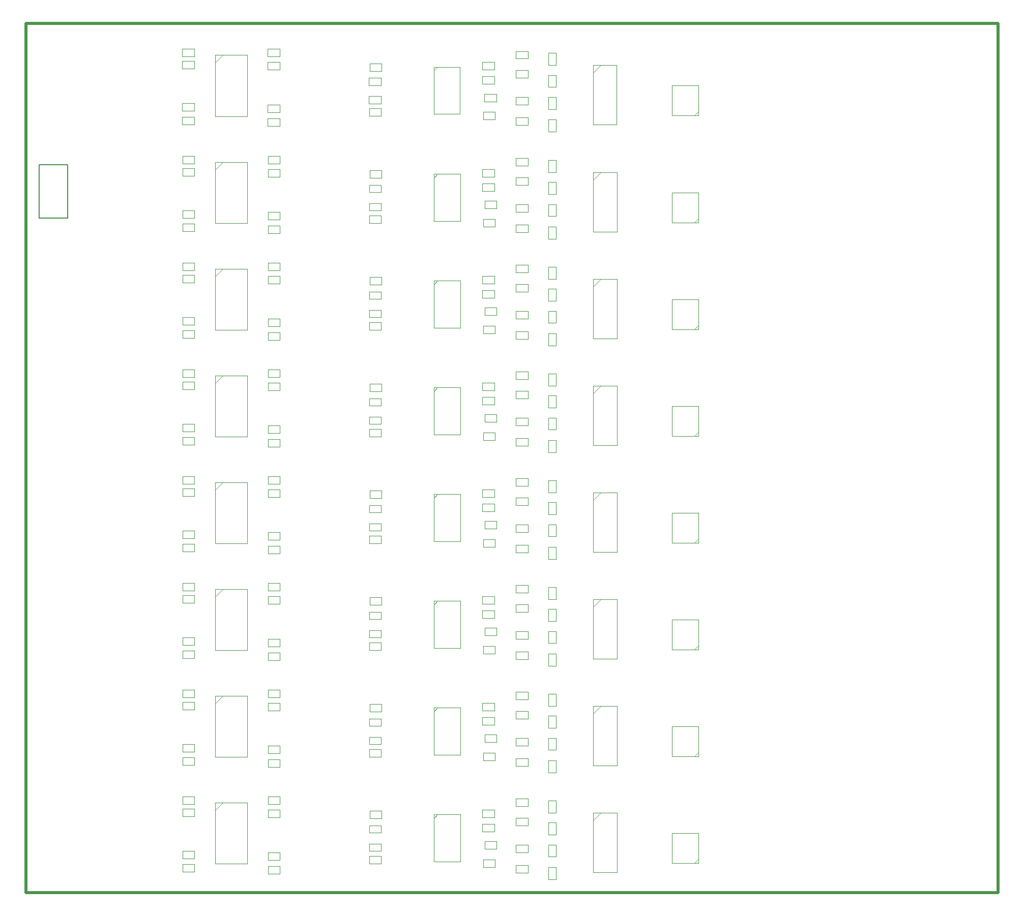
<source format=gbp>
G04*
G04 #@! TF.GenerationSoftware,Altium Limited,Altium Designer,19.0.10 (269)*
G04*
G04 Layer_Color=128*
%FSLAX23Y23*%
%MOIN*%
G70*
G01*
G75*
%ADD10C,0.008*%
%ADD12C,0.010*%
%ADD13C,0.020*%
%ADD14C,0.004*%
D10*
X1086Y4424D02*
Y4774D01*
Y4424D02*
X1275D01*
Y4774D01*
X1086D02*
X1275D01*
D12*
X7360Y5700D02*
X7370Y5690D01*
D13*
X1000Y0D02*
Y5700D01*
X7370D01*
Y0D02*
Y5700D01*
X1000Y0D02*
X7370D01*
D14*
X4718Y475D02*
X4768Y525D01*
X4718Y135D02*
Y525D01*
Y135D02*
X4872D01*
Y525D01*
X4718D02*
X4872D01*
X5381Y195D02*
X5407Y220D01*
Y195D02*
Y391D01*
X5234D02*
X5407D01*
X5234Y195D02*
Y391D01*
Y195D02*
X5407D01*
X4425Y525D02*
X4475D01*
Y604D01*
X4425D02*
X4475D01*
X4425Y525D02*
Y604D01*
Y459D02*
X4475D01*
X4425Y380D02*
Y459D01*
Y380D02*
X4475D01*
Y459D01*
X4425Y88D02*
X4475D01*
Y167D01*
X4425D02*
X4475D01*
X4425Y88D02*
Y167D01*
Y315D02*
X4475D01*
X4425Y236D02*
Y315D01*
Y236D02*
X4475D01*
Y315D01*
X4718Y1225D02*
X4872D01*
Y835D02*
Y1225D01*
X4718Y835D02*
X4872D01*
X4718D02*
Y1225D01*
Y1175D02*
X4768Y1225D01*
X5381Y895D02*
X5407Y920D01*
Y895D02*
Y1091D01*
X5234D02*
X5407D01*
X5234Y895D02*
Y1091D01*
Y895D02*
X5407D01*
X4425Y1225D02*
X4475D01*
Y1304D01*
X4425D02*
X4475D01*
X4425Y1225D02*
Y1304D01*
Y1159D02*
X4475D01*
X4425Y1080D02*
Y1159D01*
Y1080D02*
X4475D01*
Y1159D01*
X4425Y788D02*
X4475D01*
Y867D01*
X4425D02*
X4475D01*
X4425Y788D02*
Y867D01*
Y1015D02*
X4475D01*
X4425Y936D02*
Y1015D01*
Y936D02*
X4475D01*
Y1015D01*
X4718Y1875D02*
X4768Y1925D01*
X4718Y1535D02*
Y1925D01*
Y1535D02*
X4872D01*
Y1925D01*
X4718D02*
X4872D01*
X5381Y1595D02*
X5407Y1620D01*
Y1595D02*
Y1791D01*
X5234D02*
X5407D01*
X5234Y1595D02*
Y1791D01*
Y1595D02*
X5407D01*
X4425Y1925D02*
X4475D01*
Y2004D01*
X4425D02*
X4475D01*
X4425Y1925D02*
Y2004D01*
Y1859D02*
X4475D01*
X4425Y1780D02*
Y1859D01*
Y1780D02*
X4475D01*
Y1859D01*
X4425Y1488D02*
X4475D01*
Y1567D01*
X4425D02*
X4475D01*
X4425Y1488D02*
Y1567D01*
Y1715D02*
X4475D01*
X4425Y1636D02*
Y1715D01*
Y1636D02*
X4475D01*
Y1715D01*
X4718Y2575D02*
X4768Y2625D01*
X4718Y2235D02*
Y2625D01*
Y2235D02*
X4872D01*
Y2625D01*
X4718D02*
X4872D01*
X5381Y2295D02*
X5407Y2320D01*
Y2295D02*
Y2491D01*
X5234D02*
X5407D01*
X5234Y2295D02*
Y2491D01*
Y2295D02*
X5407D01*
X4425Y2625D02*
X4475D01*
Y2704D01*
X4425D02*
X4475D01*
X4425Y2625D02*
Y2704D01*
Y2559D02*
X4475D01*
X4425Y2480D02*
Y2559D01*
Y2480D02*
X4475D01*
Y2559D01*
X4425Y2188D02*
X4475D01*
Y2267D01*
X4425D02*
X4475D01*
X4425Y2188D02*
Y2267D01*
Y2415D02*
X4475D01*
X4425Y2336D02*
Y2415D01*
Y2336D02*
X4475D01*
Y2415D01*
X4718Y3275D02*
X4768Y3325D01*
X4718Y2935D02*
Y3325D01*
Y2935D02*
X4872D01*
Y3325D01*
X4718D02*
X4872D01*
X5381Y2995D02*
X5407Y3020D01*
Y2995D02*
Y3191D01*
X5234D02*
X5407D01*
X5234Y2995D02*
Y3191D01*
Y2995D02*
X5407D01*
X4425Y3325D02*
X4475D01*
Y3404D01*
X4425D02*
X4475D01*
X4425Y3325D02*
Y3404D01*
Y3259D02*
X4475D01*
X4425Y3180D02*
Y3259D01*
Y3180D02*
X4475D01*
Y3259D01*
X4425Y2888D02*
X4475D01*
Y2967D01*
X4425D02*
X4475D01*
X4425Y2888D02*
Y2967D01*
Y3115D02*
X4475D01*
X4425Y3036D02*
Y3115D01*
Y3036D02*
X4475D01*
Y3115D01*
X4718Y3975D02*
X4768Y4025D01*
X4718Y3635D02*
Y4025D01*
Y3635D02*
X4872D01*
Y4025D01*
X4718D02*
X4872D01*
X5381Y3695D02*
X5407Y3720D01*
Y3695D02*
Y3891D01*
X5234D02*
X5407D01*
X5234Y3695D02*
Y3891D01*
Y3695D02*
X5407D01*
X4425Y4025D02*
X4475D01*
Y4104D01*
X4425D02*
X4475D01*
X4425Y4025D02*
Y4104D01*
Y3959D02*
X4475D01*
X4425Y3880D02*
Y3959D01*
Y3880D02*
X4475D01*
Y3959D01*
X4425Y3588D02*
X4475D01*
Y3667D01*
X4425D02*
X4475D01*
X4425Y3588D02*
Y3667D01*
Y3815D02*
X4475D01*
X4425Y3736D02*
Y3815D01*
Y3736D02*
X4475D01*
Y3815D01*
X4718Y4675D02*
X4768Y4725D01*
X4718Y4335D02*
Y4725D01*
Y4335D02*
X4872D01*
Y4725D01*
X4718D02*
X4872D01*
X5381Y4395D02*
X5407Y4420D01*
Y4395D02*
Y4591D01*
X5234D02*
X5407D01*
X5234Y4395D02*
Y4591D01*
Y4395D02*
X5407D01*
X4425Y4725D02*
X4475D01*
Y4804D01*
X4425D02*
X4475D01*
X4425Y4725D02*
Y4804D01*
Y4659D02*
X4475D01*
X4425Y4580D02*
Y4659D01*
Y4580D02*
X4475D01*
Y4659D01*
X4425Y4288D02*
X4475D01*
Y4367D01*
X4425D02*
X4475D01*
X4425Y4288D02*
Y4367D01*
Y4515D02*
X4475D01*
X4425Y4436D02*
Y4515D01*
Y4436D02*
X4475D01*
Y4515D01*
X5381Y5097D02*
X5407Y5122D01*
Y5097D02*
Y5293D01*
X5233D02*
X5407D01*
X5233Y5097D02*
Y5293D01*
Y5097D02*
X5407D01*
X4718Y5377D02*
X4768Y5427D01*
X4718Y5037D02*
Y5427D01*
Y5037D02*
X4871D01*
Y5427D01*
X4718D02*
X4871D01*
X4425Y4990D02*
X4474D01*
Y5069D01*
X4425D02*
X4474D01*
X4425Y4990D02*
Y5069D01*
Y5217D02*
X4474D01*
X4425Y5138D02*
Y5217D01*
Y5138D02*
X4474D01*
Y5217D01*
X4425Y5427D02*
X4474D01*
Y5506D01*
X4425D02*
X4474D01*
X4425Y5427D02*
Y5506D01*
Y5361D02*
X4474D01*
X4425Y5282D02*
Y5361D01*
Y5282D02*
X4474D01*
Y5361D01*
X2586Y3380D02*
Y3430D01*
Y3380D02*
X2664D01*
Y3430D01*
X2586D02*
X2664D01*
X2586Y825D02*
Y875D01*
Y825D02*
X2664D01*
Y875D01*
X2586D02*
X2664D01*
X2586Y1280D02*
Y1330D01*
Y1280D02*
X2664D01*
Y1330D01*
X2586D02*
X2664D01*
X2585Y5027D02*
Y5077D01*
Y5027D02*
X2664D01*
Y5077D01*
X2585D02*
X2664D01*
X2586Y2680D02*
Y2730D01*
Y2680D02*
X2664D01*
Y2730D01*
X2586D02*
X2664D01*
X2586Y2925D02*
Y2975D01*
Y2925D02*
X2664D01*
Y2975D01*
X2586D02*
X2664D01*
X2586Y2225D02*
Y2275D01*
Y2225D02*
X2664D01*
Y2275D01*
X2586D02*
X2664D01*
X2586Y4080D02*
Y4130D01*
Y4080D02*
X2664D01*
Y4130D01*
X2586D02*
X2664D01*
X2586Y125D02*
Y175D01*
Y125D02*
X2664D01*
Y175D01*
X2586D02*
X2664D01*
X2586Y4780D02*
Y4830D01*
Y4780D02*
X2664D01*
Y4830D01*
X2586D02*
X2664D01*
X2585Y5482D02*
Y5532D01*
Y5482D02*
X2664D01*
Y5532D01*
X2585D02*
X2664D01*
X2586Y4325D02*
Y4375D01*
Y4325D02*
X2664D01*
Y4375D01*
X2586D02*
X2664D01*
X2586Y1980D02*
Y2030D01*
Y1980D02*
X2664D01*
Y2030D01*
X2586D02*
X2664D01*
X2586Y3625D02*
Y3675D01*
Y3625D02*
X2664D01*
Y3675D01*
X2586D02*
X2664D01*
X2586Y580D02*
Y630D01*
Y580D02*
X2664D01*
Y630D01*
X2586D02*
X2664D01*
X2586Y1525D02*
Y1575D01*
Y1525D02*
X2664D01*
Y1575D01*
X2586D02*
X2664D01*
X4289Y5167D02*
Y5217D01*
X4210D02*
X4289D01*
X4210Y5167D02*
Y5217D01*
Y5167D02*
X4289D01*
X4289Y265D02*
Y315D01*
X4211D02*
X4289D01*
X4211Y265D02*
Y315D01*
Y265D02*
X4289D01*
Y830D02*
Y880D01*
X4211D02*
X4289D01*
X4211Y830D02*
Y880D01*
Y830D02*
X4289D01*
X3249Y4441D02*
X3328D01*
Y4391D02*
Y4441D01*
X3249Y4391D02*
X3328D01*
X3249D02*
Y4441D01*
X4211Y1841D02*
Y1890D01*
Y1841D02*
X4289D01*
Y1890D01*
X4211D02*
X4289D01*
X3996Y4418D02*
X4075D01*
Y4368D02*
Y4418D01*
X3996Y4368D02*
X4075D01*
X3996D02*
Y4418D01*
X4289Y130D02*
Y180D01*
X4211D02*
X4289D01*
X4211Y130D02*
Y180D01*
Y130D02*
X4289D01*
X3996Y3718D02*
X4075D01*
Y3668D02*
Y3718D01*
X3996Y3668D02*
X4075D01*
X3996D02*
Y3718D01*
X4289Y965D02*
Y1015D01*
X4211D02*
X4289D01*
X4211Y965D02*
Y1015D01*
Y965D02*
X4289D01*
X3249Y3741D02*
X3328D01*
Y3691D02*
Y3741D01*
X3249Y3691D02*
X3328D01*
X3249D02*
Y3741D01*
X4211Y567D02*
Y616D01*
Y567D02*
X4289D01*
Y616D01*
X4211D02*
X4289D01*
X3249Y1641D02*
X3328D01*
Y1591D02*
Y1641D01*
X3249Y1591D02*
X3328D01*
X3249D02*
Y1641D01*
X4289Y3065D02*
Y3115D01*
X4211D02*
X4289D01*
X4211Y3065D02*
Y3115D01*
Y3065D02*
X4289D01*
Y3765D02*
Y3815D01*
X4211D02*
X4289D01*
X4211Y3765D02*
Y3815D01*
Y3765D02*
X4289D01*
Y1530D02*
Y1580D01*
X4211D02*
X4289D01*
X4211Y1530D02*
Y1580D01*
Y1530D02*
X4289D01*
Y4465D02*
Y4515D01*
X4211D02*
X4289D01*
X4211Y4465D02*
Y4515D01*
Y4465D02*
X4289D01*
X3249Y2341D02*
X3328D01*
Y2291D02*
Y2341D01*
X3249Y2291D02*
X3328D01*
X3249D02*
Y2341D01*
X4211Y4767D02*
Y4816D01*
Y4767D02*
X4289D01*
Y4816D01*
X4211D02*
X4289D01*
X3996Y5120D02*
X4074D01*
Y5070D02*
Y5120D01*
X3996Y5070D02*
X4074D01*
X3996D02*
Y5120D01*
X3996Y2318D02*
X4075D01*
Y2268D02*
Y2318D01*
X3996Y2268D02*
X4075D01*
X3996D02*
Y2318D01*
X4006Y3136D02*
X4084D01*
Y3086D02*
Y3136D01*
X4006Y3086D02*
X4084D01*
X4006D02*
Y3136D01*
X3249Y3041D02*
X3328D01*
Y2991D02*
Y3041D01*
X3249Y2991D02*
X3328D01*
X3249D02*
Y3041D01*
X4211Y1141D02*
Y1190D01*
Y1141D02*
X4289D01*
Y1190D01*
X4211D02*
X4289D01*
X4211Y2541D02*
Y2590D01*
Y2541D02*
X4289D01*
Y2590D01*
X4211D02*
X4289D01*
X3996Y3018D02*
X4075D01*
Y2968D02*
Y3018D01*
X3996Y2968D02*
X4075D01*
X3996D02*
Y3018D01*
X3249Y941D02*
X3328D01*
Y891D02*
Y941D01*
X3249Y891D02*
X3328D01*
X3249D02*
Y941D01*
X4289Y1665D02*
Y1715D01*
X4211D02*
X4289D01*
X4211Y1665D02*
Y1715D01*
Y1665D02*
X4289D01*
X4006Y2436D02*
X4084D01*
Y2386D02*
Y2436D01*
X4006Y2386D02*
X4084D01*
X4006D02*
Y2436D01*
X4211Y1967D02*
Y2016D01*
Y1967D02*
X4289D01*
Y2016D01*
X4211D02*
X4289D01*
X3249Y241D02*
X3328D01*
Y191D02*
Y241D01*
X3249Y191D02*
X3328D01*
X3249D02*
Y241D01*
X4211Y441D02*
Y490D01*
Y441D02*
X4289D01*
Y490D01*
X4211D02*
X4289D01*
X4210Y5469D02*
Y5518D01*
Y5469D02*
X4289D01*
Y5518D01*
X4210D02*
X4289D01*
X4211Y1267D02*
Y1316D01*
Y1267D02*
X4289D01*
Y1316D01*
X4211D02*
X4289D01*
X4005Y5238D02*
X4084D01*
Y5188D02*
Y5238D01*
X4005Y5188D02*
X4084D01*
X4005D02*
Y5238D01*
X3996Y1618D02*
X4075D01*
Y1568D02*
Y1618D01*
X3996Y1568D02*
X4075D01*
X3996D02*
Y1618D01*
X4289Y4330D02*
Y4380D01*
X4211D02*
X4289D01*
X4211Y4330D02*
Y4380D01*
Y4330D02*
X4289D01*
Y3630D02*
Y3680D01*
X4211D02*
X4289D01*
X4211Y3630D02*
Y3680D01*
Y3630D02*
X4289D01*
X3996Y918D02*
X4075D01*
Y868D02*
Y918D01*
X3996Y868D02*
X4075D01*
X3996D02*
Y918D01*
X4289Y2230D02*
Y2280D01*
X4211D02*
X4289D01*
X4211Y2230D02*
Y2280D01*
Y2230D02*
X4289D01*
Y2365D02*
Y2415D01*
X4211D02*
X4289D01*
X4211Y2365D02*
Y2415D01*
Y2365D02*
X4289D01*
X4211Y4641D02*
Y4690D01*
Y4641D02*
X4289D01*
Y4690D01*
X4211D02*
X4289D01*
X4210Y5343D02*
Y5392D01*
Y5343D02*
X4289D01*
Y5392D01*
X4210D02*
X4289D01*
X4289Y2930D02*
Y2980D01*
X4211D02*
X4289D01*
X4211Y2930D02*
Y2980D01*
Y2930D02*
X4289D01*
X4289Y5032D02*
Y5082D01*
X4210D02*
X4289D01*
X4210Y5032D02*
Y5082D01*
Y5032D02*
X4289D01*
X4006Y3836D02*
X4084D01*
Y3786D02*
Y3836D01*
X4006Y3786D02*
X4084D01*
X4006D02*
Y3836D01*
Y1736D02*
X4084D01*
Y1686D02*
Y1736D01*
X4006Y1686D02*
X4084D01*
X4006D02*
Y1736D01*
X4211Y3367D02*
Y3416D01*
Y3367D02*
X4289D01*
Y3416D01*
X4211D02*
X4289D01*
X4211Y4067D02*
Y4116D01*
Y4067D02*
X4289D01*
Y4116D01*
X4211D02*
X4289D01*
X4211Y3241D02*
Y3290D01*
Y3241D02*
X4289D01*
Y3290D01*
X4211D02*
X4289D01*
X3249Y5143D02*
X3328D01*
Y5093D02*
Y5143D01*
X3249Y5093D02*
X3328D01*
X3249D02*
Y5143D01*
X4006Y4536D02*
X4084D01*
Y4486D02*
Y4536D01*
X4006Y4486D02*
X4084D01*
X4006D02*
Y4536D01*
X4211Y3941D02*
Y3990D01*
Y3941D02*
X4289D01*
Y3990D01*
X4211D02*
X4289D01*
X4006Y1036D02*
X4084D01*
Y986D02*
Y1036D01*
X4006Y986D02*
X4084D01*
X4006D02*
Y1036D01*
X4211Y2667D02*
Y2716D01*
Y2667D02*
X4289D01*
Y2716D01*
X4211D02*
X4289D01*
X3996Y218D02*
X4075D01*
Y168D02*
Y218D01*
X3996Y168D02*
X4075D01*
X3996D02*
Y218D01*
X2104Y4780D02*
Y4830D01*
X2026D02*
X2104D01*
X2026Y4780D02*
Y4830D01*
Y4780D02*
X2104D01*
X2241Y4741D02*
X2291Y4791D01*
X2241Y4389D02*
Y4791D01*
Y4389D02*
X2450D01*
Y4791D01*
X2241D02*
X2450D01*
X2026Y836D02*
Y886D01*
Y836D02*
X2104D01*
Y886D01*
X2026D02*
X2104D01*
X2026Y2236D02*
Y2286D01*
Y2236D02*
X2104D01*
Y2286D01*
X2026D02*
X2104D01*
X2241Y2641D02*
X2291Y2691D01*
X2241Y2289D02*
Y2691D01*
Y2289D02*
X2450D01*
Y2691D01*
X2241D02*
X2450D01*
X2241Y3341D02*
X2291Y3391D01*
X2241Y2989D02*
Y3391D01*
Y2989D02*
X2450D01*
Y3391D01*
X2241D02*
X2450D01*
X2104Y1280D02*
Y1330D01*
X2026D02*
X2104D01*
X2026Y1280D02*
Y1330D01*
Y1280D02*
X2104D01*
Y225D02*
Y275D01*
X2026D02*
X2104D01*
X2026Y225D02*
Y275D01*
Y225D02*
X2104D01*
X2664Y3995D02*
Y4045D01*
X2586D02*
X2664D01*
X2586Y3995D02*
Y4045D01*
Y3995D02*
X2664D01*
X2025Y5038D02*
Y5088D01*
Y5038D02*
X2104D01*
Y5088D01*
X2025D02*
X2104D01*
X2240Y5443D02*
X2290Y5493D01*
X2240Y5091D02*
Y5493D01*
Y5091D02*
X2449D01*
Y5493D01*
X2240D02*
X2449D01*
X2026Y1900D02*
Y1950D01*
Y1900D02*
X2104D01*
Y1950D01*
X2026D02*
X2104D01*
X2586Y1615D02*
Y1665D01*
Y1615D02*
X2664D01*
Y1665D01*
X2586D02*
X2664D01*
X2104Y2680D02*
Y2730D01*
X2026D02*
X2104D01*
X2026Y2680D02*
Y2730D01*
Y2680D02*
X2104D01*
X2026Y4000D02*
Y4050D01*
Y4000D02*
X2104D01*
Y4050D01*
X2026D02*
X2104D01*
X2241Y1941D02*
X2291Y1991D01*
X2241Y1589D02*
Y1991D01*
Y1589D02*
X2450D01*
Y1991D01*
X2241D02*
X2450D01*
X2104Y1980D02*
Y2030D01*
X2026D02*
X2104D01*
X2026Y1980D02*
Y2030D01*
Y1980D02*
X2104D01*
X2026Y4700D02*
Y4750D01*
Y4700D02*
X2104D01*
Y4750D01*
X2026D02*
X2104D01*
X2664Y495D02*
Y545D01*
X2586D02*
X2664D01*
X2586Y495D02*
Y545D01*
Y495D02*
X2664D01*
X2026Y3300D02*
Y3350D01*
Y3300D02*
X2104D01*
Y3350D01*
X2026D02*
X2104D01*
X2664Y2595D02*
Y2645D01*
X2586D02*
X2664D01*
X2586Y2595D02*
Y2645D01*
Y2595D02*
X2664D01*
X2586Y915D02*
Y965D01*
Y915D02*
X2664D01*
Y965D01*
X2586D02*
X2664D01*
X2104Y1625D02*
Y1675D01*
X2026D02*
X2104D01*
X2026Y1625D02*
Y1675D01*
Y1625D02*
X2104D01*
Y3725D02*
Y3775D01*
X2026D02*
X2104D01*
X2026Y3725D02*
Y3775D01*
Y3725D02*
X2104D01*
X2586Y215D02*
Y265D01*
Y215D02*
X2664D01*
Y265D01*
X2586D02*
X2664D01*
Y1895D02*
Y1945D01*
X2586D02*
X2664D01*
X2586Y1895D02*
Y1945D01*
Y1895D02*
X2664D01*
X2586Y4415D02*
Y4465D01*
Y4415D02*
X2664D01*
Y4465D01*
X2586D02*
X2664D01*
X2025Y5402D02*
Y5452D01*
Y5402D02*
X2104D01*
Y5452D01*
X2025D02*
X2104D01*
X2104Y2325D02*
Y2375D01*
X2026D02*
X2104D01*
X2026Y2325D02*
Y2375D01*
Y2325D02*
X2104D01*
X2104Y5127D02*
Y5177D01*
X2025D02*
X2104D01*
X2025Y5127D02*
Y5177D01*
Y5127D02*
X2104D01*
X2664Y3295D02*
Y3345D01*
X2586D02*
X2664D01*
X2586Y3295D02*
Y3345D01*
Y3295D02*
X2664D01*
Y1195D02*
Y1245D01*
X2586D02*
X2664D01*
X2586Y1195D02*
Y1245D01*
Y1195D02*
X2664D01*
Y4695D02*
Y4745D01*
X2586D02*
X2664D01*
X2586Y4695D02*
Y4745D01*
Y4695D02*
X2664D01*
X2026Y136D02*
Y186D01*
Y136D02*
X2104D01*
Y186D01*
X2026D02*
X2104D01*
X2585Y5117D02*
Y5167D01*
Y5117D02*
X2664D01*
Y5167D01*
X2585D02*
X2664D01*
X2104Y4425D02*
Y4475D01*
X2026D02*
X2104D01*
X2026Y4425D02*
Y4475D01*
Y4425D02*
X2104D01*
X2104Y5482D02*
Y5532D01*
X2025D02*
X2104D01*
X2025Y5482D02*
Y5532D01*
Y5482D02*
X2104D01*
X2026Y1536D02*
Y1586D01*
Y1536D02*
X2104D01*
Y1586D01*
X2026D02*
X2104D01*
Y925D02*
Y975D01*
X2026D02*
X2104D01*
X2026Y925D02*
Y975D01*
Y925D02*
X2104D01*
X2026Y4336D02*
Y4386D01*
Y4336D02*
X2104D01*
Y4386D01*
X2026D02*
X2104D01*
X2026Y2600D02*
Y2650D01*
Y2600D02*
X2104D01*
Y2650D01*
X2026D02*
X2104D01*
X2241Y541D02*
X2291Y591D01*
X2241Y189D02*
Y591D01*
Y189D02*
X2450D01*
Y591D01*
X2241D02*
X2450D01*
X2026Y2936D02*
Y2986D01*
Y2936D02*
X2104D01*
Y2986D01*
X2026D02*
X2104D01*
X2241Y4041D02*
X2291Y4091D01*
X2241Y3689D02*
Y4091D01*
Y3689D02*
X2450D01*
Y4091D01*
X2241D02*
X2450D01*
X2026Y3636D02*
Y3686D01*
Y3636D02*
X2104D01*
Y3686D01*
X2026D02*
X2104D01*
X2026Y1200D02*
Y1250D01*
Y1200D02*
X2104D01*
Y1250D01*
X2026D02*
X2104D01*
X2026Y500D02*
Y550D01*
Y500D02*
X2104D01*
Y550D01*
X2026D02*
X2104D01*
Y4080D02*
Y4130D01*
X2026D02*
X2104D01*
X2026Y4080D02*
Y4130D01*
Y4080D02*
X2104D01*
Y3380D02*
Y3430D01*
X2026D02*
X2104D01*
X2026Y3380D02*
Y3430D01*
Y3380D02*
X2104D01*
X2241Y1291D02*
X2450D01*
Y889D02*
Y1291D01*
X2241Y889D02*
X2450D01*
X2241D02*
Y1291D01*
Y1241D02*
X2291Y1291D01*
X2104Y3025D02*
Y3075D01*
X2026D02*
X2104D01*
X2026Y3025D02*
Y3075D01*
Y3025D02*
X2104D01*
X2586Y3715D02*
Y3765D01*
Y3715D02*
X2664D01*
Y3765D01*
X2586D02*
X2664D01*
X2664Y5397D02*
Y5447D01*
X2585D02*
X2664D01*
X2585Y5397D02*
Y5447D01*
Y5397D02*
X2664D01*
X2586Y3015D02*
Y3065D01*
Y3015D02*
X2664D01*
Y3065D01*
X2586D02*
X2664D01*
X2104Y580D02*
Y630D01*
X2026D02*
X2104D01*
X2026Y580D02*
Y630D01*
Y580D02*
X2104D01*
X2586Y2315D02*
Y2365D01*
Y2315D02*
X2664D01*
Y2365D01*
X2586D02*
X2664D01*
X4006Y336D02*
X4084D01*
Y286D02*
Y336D01*
X4006Y286D02*
X4084D01*
X4006D02*
Y336D01*
X3248Y5223D02*
X3327D01*
Y5174D02*
Y5223D01*
X3248Y5174D02*
X3327D01*
X3248D02*
Y5223D01*
X3249Y4521D02*
X3327D01*
Y4472D02*
Y4521D01*
X3249Y4472D02*
X3327D01*
X3249D02*
Y4521D01*
Y3821D02*
X3327D01*
Y3772D02*
Y3821D01*
X3249Y3772D02*
X3327D01*
X3249D02*
Y3821D01*
Y3121D02*
X3327D01*
Y3072D02*
Y3121D01*
X3249Y3072D02*
X3327D01*
X3249D02*
Y3121D01*
Y2421D02*
X3327D01*
Y2372D02*
Y2421D01*
X3249Y2372D02*
X3327D01*
X3249D02*
Y2421D01*
Y1721D02*
X3327D01*
Y1672D02*
Y1721D01*
X3249Y1672D02*
X3327D01*
X3249D02*
Y1721D01*
Y1021D02*
X3327D01*
Y972D02*
Y1021D01*
X3249Y972D02*
X3327D01*
X3249D02*
Y1021D01*
Y321D02*
X3327D01*
Y272D02*
Y321D01*
X3249Y272D02*
X3327D01*
X3249D02*
Y321D01*
X3990Y5352D02*
X4069D01*
Y5303D02*
Y5352D01*
X3990Y5303D02*
X4069D01*
X3990D02*
Y5352D01*
X3991Y4650D02*
X4069D01*
Y4601D02*
Y4650D01*
X3991Y4601D02*
X4069D01*
X3991D02*
Y4650D01*
Y3950D02*
X4069D01*
Y3901D02*
Y3950D01*
X3991Y3901D02*
X4069D01*
X3991D02*
Y3950D01*
Y3250D02*
X4069D01*
Y3201D02*
Y3250D01*
X3991Y3201D02*
X4069D01*
X3991D02*
Y3250D01*
Y2550D02*
X4069D01*
Y2501D02*
Y2550D01*
X3991Y2501D02*
X4069D01*
X3991D02*
Y2550D01*
Y1850D02*
X4069D01*
Y1801D02*
Y1850D01*
X3991Y1801D02*
X4069D01*
X3991D02*
Y1850D01*
Y1150D02*
X4069D01*
Y1101D02*
Y1150D01*
X3991Y1101D02*
X4069D01*
X3991D02*
Y1150D01*
Y450D02*
X4069D01*
Y401D02*
Y450D01*
X3991Y401D02*
X4069D01*
X3991D02*
Y450D01*
X3248Y5343D02*
X3327D01*
Y5294D02*
Y5343D01*
X3248Y5294D02*
X3327D01*
X3248D02*
Y5343D01*
X3249Y4641D02*
X3327D01*
Y4592D02*
Y4641D01*
X3249Y4592D02*
X3327D01*
X3249D02*
Y4641D01*
Y3941D02*
X3327D01*
Y3892D02*
Y3941D01*
X3249Y3892D02*
X3327D01*
X3249D02*
Y3941D01*
Y3241D02*
X3327D01*
Y3192D02*
Y3241D01*
X3249Y3192D02*
X3327D01*
X3249D02*
Y3241D01*
Y2541D02*
X3327D01*
Y2492D02*
Y2541D01*
X3249Y2492D02*
X3327D01*
X3249D02*
Y2541D01*
Y1841D02*
X3327D01*
Y1792D02*
Y1841D01*
X3249Y1792D02*
X3327D01*
X3249D02*
Y1841D01*
Y1141D02*
X3327D01*
Y1092D02*
Y1141D01*
X3249Y1092D02*
X3327D01*
X3249D02*
Y1141D01*
Y441D02*
X3327D01*
Y392D02*
Y441D01*
X3249Y392D02*
X3327D01*
X3249D02*
Y441D01*
X3990Y5447D02*
X4069D01*
Y5397D02*
Y5447D01*
X3990Y5397D02*
X4069D01*
X3990D02*
Y5447D01*
X3991Y4745D02*
X4069D01*
Y4695D02*
Y4745D01*
X3991Y4695D02*
X4069D01*
X3991D02*
Y4745D01*
Y4045D02*
X4069D01*
Y3995D02*
Y4045D01*
X3991Y3995D02*
X4069D01*
X3991D02*
Y4045D01*
Y3345D02*
X4069D01*
Y3295D02*
Y3345D01*
X3991Y3295D02*
X4069D01*
X3991D02*
Y3345D01*
Y2645D02*
X4069D01*
Y2595D02*
Y2645D01*
X3991Y2595D02*
X4069D01*
X3991D02*
Y2645D01*
Y1945D02*
X4069D01*
Y1895D02*
Y1945D01*
X3991Y1895D02*
X4069D01*
X3991D02*
Y1945D01*
Y1245D02*
X4069D01*
Y1195D02*
Y1245D01*
X3991Y1195D02*
X4069D01*
X3991D02*
Y1245D01*
Y545D02*
X4069D01*
Y495D02*
Y545D01*
X3991Y495D02*
X4069D01*
X3991D02*
Y545D01*
X3252Y5438D02*
X3330D01*
Y5388D02*
Y5438D01*
X3252Y5388D02*
X3330D01*
X3252D02*
Y5438D01*
X3252Y4736D02*
X3331D01*
Y4686D02*
Y4736D01*
X3252Y4686D02*
X3331D01*
X3252D02*
Y4736D01*
Y4036D02*
X3331D01*
Y3986D02*
Y4036D01*
X3252Y3986D02*
X3331D01*
X3252D02*
Y4036D01*
Y3336D02*
X3331D01*
Y3286D02*
Y3336D01*
X3252Y3286D02*
X3331D01*
X3252D02*
Y3336D01*
Y2636D02*
X3331D01*
Y2586D02*
Y2636D01*
X3252Y2586D02*
X3331D01*
X3252D02*
Y2636D01*
Y1936D02*
X3331D01*
Y1886D02*
Y1936D01*
X3252Y1886D02*
X3331D01*
X3252D02*
Y1936D01*
Y1236D02*
X3331D01*
Y1186D02*
Y1236D01*
X3252Y1186D02*
X3331D01*
X3252D02*
Y1236D01*
Y536D02*
X3331D01*
Y486D02*
Y536D01*
X3252Y486D02*
X3331D01*
X3252D02*
Y536D01*
X3672Y5414D02*
X3845D01*
Y5107D02*
Y5414D01*
X3672Y5107D02*
X3845D01*
X3672D02*
Y5414D01*
Y5389D02*
X3698Y5414D01*
X3673Y4712D02*
X3846D01*
Y4405D02*
Y4712D01*
X3673Y4405D02*
X3846D01*
X3673D02*
Y4712D01*
Y4687D02*
X3698Y4712D01*
X3673Y4012D02*
X3846D01*
Y3705D02*
Y4012D01*
X3673Y3705D02*
X3846D01*
X3673D02*
Y4012D01*
Y3987D02*
X3698Y4012D01*
X3673Y3312D02*
X3846D01*
Y3005D02*
Y3312D01*
X3673Y3005D02*
X3846D01*
X3673D02*
Y3312D01*
Y3287D02*
X3698Y3312D01*
X3673Y2587D02*
X3698Y2612D01*
X3673Y2305D02*
Y2612D01*
Y2305D02*
X3846D01*
Y2612D01*
X3673D02*
X3846D01*
X3673Y1912D02*
X3846D01*
Y1605D02*
Y1912D01*
X3673Y1605D02*
X3846D01*
X3673D02*
Y1912D01*
Y1887D02*
X3698Y1912D01*
X3673Y1212D02*
X3846D01*
Y905D02*
Y1212D01*
X3673Y905D02*
X3846D01*
X3673D02*
Y1212D01*
Y1187D02*
X3698Y1212D01*
X3673Y512D02*
X3846D01*
Y205D02*
Y512D01*
X3673Y205D02*
X3846D01*
X3673D02*
Y512D01*
Y487D02*
X3698Y512D01*
M02*

</source>
